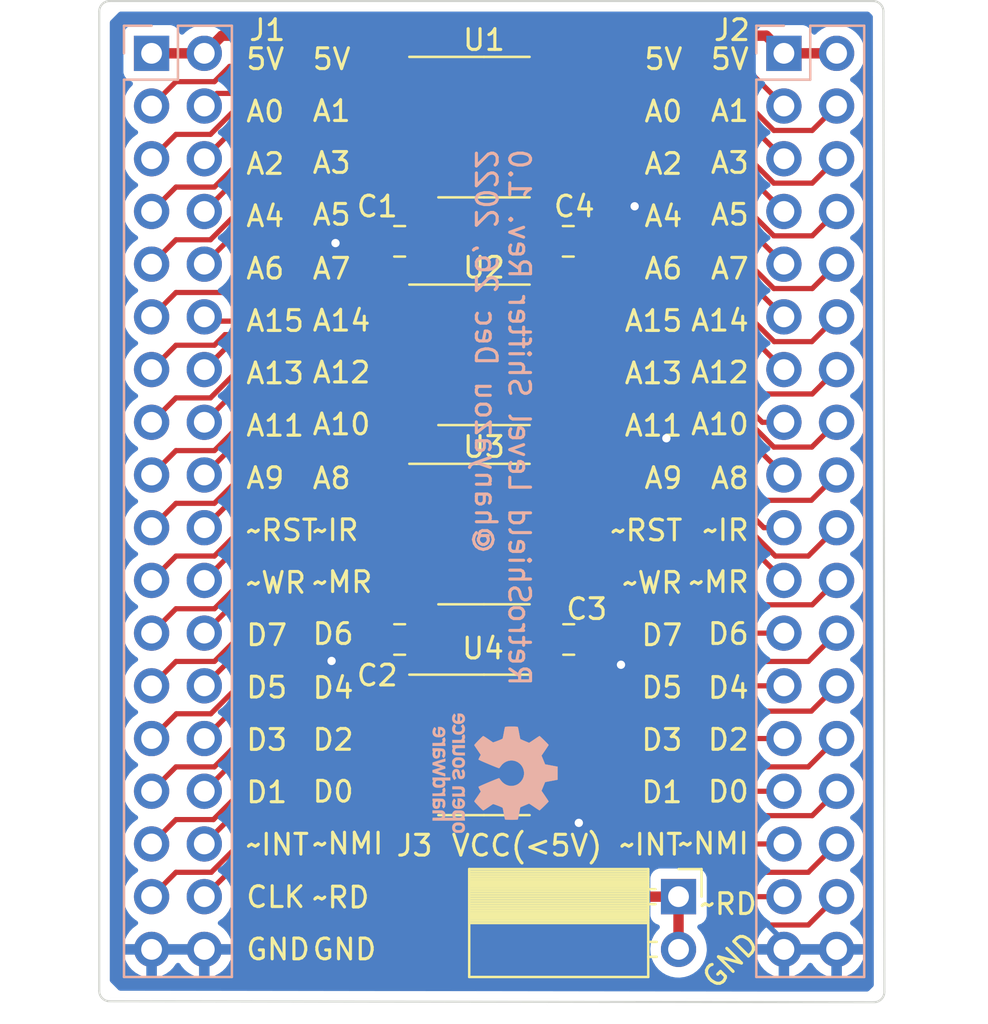
<source format=kicad_pcb>
(kicad_pcb (version 20211014) (generator pcbnew)
  (layers (0 "F.Cu" signal) (31 "B.Cu" signal) (34 "B.Paste" user) (35 "F.Paste" user) (36 "B.SilkS" user "B.Silkscreen") (37 "F.SilkS" user "F.Silkscreen") (38 "B.Mask" user) (39 "F.Mask" user) (44 "Edge.Cuts" user))
  (net 0 "")
  (net 1 "ENABLE")
  (net 2 "GND")
  (net 3 "+5V")
  (net 4 "A0_5V")
  (net 5 "A2_5V")
  (net 6 "A4_5V")
  (net 7 "A6_5V")
  (net 8 "A15_5V")
  (net 9 "A13_5V")
  (net 10 "A11_5V")
  (net 11 "A9_5V")
  (net 12 "~RESET_5V")
  (net 13 "~WR_5V")
  (net 14 "D7_5V")
  (net 15 "D5_5V")
  (net 16 "D3_5V")
  (net 17 "D1_5V")
  (net 18 "~INT_5V")
  (net 19 "CLK_5V")
  (net 20 "~RD_5V")
  (net 21 "~NMI_5V")
  (net 22 "D0_5V")
  (net 23 "D2_5V")
  (net 24 "D4_5V")
  (net 25 "D6_5V")
  (net 26 "~MREQ_5V")
  (net 27 "~IORQ_5V")
  (net 28 "A8_5V")
  (net 29 "A10_5V")
  (net 30 "A12_5V")
  (net 31 "A14_5V")
  (net 32 "A7_5V")
  (net 33 "A5_5V")
  (net 34 "A3_5V")
  (net 35 "A1_5V")
  (net 36 "A0")
  (net 37 "A2")
  (net 38 "A4")
  (net 39 "A6")
  (net 40 "A15")
  (net 41 "A13")
  (net 42 "A11")
  (net 43 "A9")
  (net 44 "~RESET")
  (net 45 "~WR")
  (net 46 "D7")
  (net 47 "D5")
  (net 48 "D3")
  (net 49 "D1")
  (net 50 "~INT")
  (net 51 "CLK")
  (net 52 "~RD")
  (net 53 "~NMI")
  (net 54 "D0")
  (net 55 "D2")
  (net 56 "D4")
  (net 57 "D6")
  (net 58 "~MREQ")
  (net 59 "~IORQ")
  (net 60 "A8")
  (net 61 "A10")
  (net 62 "A12")
  (net 63 "A14")
  (net 64 "A7")
  (net 65 "A5")
  (net 66 "A3")
  (net 67 "A1")
  (footprint "Connector_PinSocket_2.54mm:PinSocket_1x02_P2.54mm_Horizontal" (layer "F.Cu") (at 78.2 84.84)
    (fp_text reference "J3")
    (fp_text value "Conn_01x02")
  )
  (footprint "Capacitor_SMD:C_0805_2012Metric_Pad1.18x1.45mm_HandSolder" (layer "F.Cu") (at 64.758 53.259 180)
    (fp_text reference "C1")
    (fp_text value "C")
  )
  (footprint "Capacitor_SMD:C_0805_2012Metric_Pad1.18x1.45mm_HandSolder" (layer "F.Cu") (at 72.9075 72.446)
    (fp_text reference "C3")
    (fp_text value "C")
  )
  (footprint "Package_SO:TSSOP-20_4.4x6.5mm_P0.65mm" (layer "F.Cu") (at 68.822 58.73)
    (fp_text reference "U2")
    (fp_text value "TXS0108EPW")
  )
  (footprint "Capacitor_SMD:C_0805_2012Metric_Pad1.18x1.45mm_HandSolder" (layer "F.Cu") (at 64.758 72.446 180)
    (fp_text reference "C2")
    (fp_text value "C")
  )
  (footprint "Capacitor_SMD:C_0805_2012Metric_Pad1.18x1.45mm_HandSolder" (layer "F.Cu") (at 72.886 53.259)
    (fp_text reference "C4")
    (fp_text value "C")
  )
  (footprint "Package_SO:TSSOP-20_4.4x6.5mm_P0.65mm" (layer "F.Cu") (at 68.822 77.526)
    (fp_text reference "U4")
    (fp_text value "TXS0108EPW")
  )
  (footprint "Package_SO:TSSOP-20_4.4x6.5mm_P0.65mm" (layer "F.Cu") (at 68.822 47.756)
    (fp_text reference "U1")
    (fp_text value "TXS0108EPW")
  )
  (footprint "Package_SO:TSSOP-20_4.4x6.5mm_P0.65mm" (layer "F.Cu") (at 68.822 67.366)
    (fp_text reference "U3")
    (fp_text value "TXS0108EPW")
  )
  (footprint "Connector_PinSocket_2.54mm:PinSocket_2x18_P2.54mm_Vertical" (layer "B.Cu") (at 52.8 44.2 180)
    (fp_text reference "J1")
    (fp_text value "Conn_02x18_Odd_Even")
  )
  (footprint "Connector_PinSocket_2.54mm:PinSocket_2x18_P2.54mm_Vertical" (layer "B.Cu") (at 83.28 44.2 180)
    (fp_text reference "J2")
    (fp_text value "Conn_02x18_Odd_Even")
  )
  (footprint "Symbol:OSHW-Logo_5.7x6mm_SilkScreen" (layer "B.Cu") (at 69.3608 78.8964 90)
    (fp_text reference "REF**" hide)
    (fp_text value "OSHW-Logo_5.7x6mm_SilkScreen" hide)
  )
  (gr_line (start 50.776 41.68) (end 87.576 41.68) (layer "Edge.Cuts") (width 0.1))
  (gr_line (start 88.076 42.18) (end 88.122447 89.426447) (layer "Edge.Cuts") (width 0.1))
  (gr_arc (start 50.776 89.88) (mid 50.422494 89.733534) (end 50.276 89.38) (layer "Edge.Cuts") (width 0.1))
  (gr_line (start 87.622447 89.926447) (end 50.776 89.88) (layer "Edge.Cuts") (width 0.1))
  (gr_line (start 50.276 89.38) (end 50.276 42.18) (layer "Edge.Cuts") (width 0.1))
  (gr_arc (start 88.122447 89.426447) (mid 87.976 89.78) (end 87.622447 89.926447) (layer "Edge.Cuts") (width 0.1))
  (gr_arc (start 50.276 42.18) (mid 50.42246 41.82646) (end 50.776 41.68) (layer "Edge.Cuts") (width 0.1))
  (gr_arc (start 87.576 41.68) (mid 87.9296 41.826427) (end 88.076 42.18) (layer "Edge.Cuts") (width 0.1))
  (gr_text "RetroShield Level Shifter Rev. 1.0\n@hanyazou Dec 26, 2022" (at 69.7164 48.7212 -90) (layer "B.SilkS") (effects (font (size 1 1)) (justify right mirror)))
  (gr_text "GND" (at 81.8576 86.7704 45) (layer "F.SilkS") (effects (font (size 1 1)) (justify right)))
  (gr_text "A5" (at 60.476 51.98) (layer "F.SilkS") (effects (font (size 1 1)) (justify left)))
  (gr_text "D2" (at 60.476 77.28) (layer "F.SilkS") (effects (font (size 1 1)) (justify left)))
  (gr_text "A4" (at 78.476 52.050587) (layer "F.SilkS") (effects (font (size 1 1)) (justify right)))
  (gr_text "A3" (at 81.676 49.48) (layer "F.SilkS") (effects (font (size 1 1)) (justify right)))
  (gr_text "5V" (at 57.276 44.48) (layer "F.SilkS") (effects (font (size 1 1)) (justify left)))
  (gr_text "~WR" (at 57.276 69.71529) (layer "F.SilkS") (effects (font (size 1 1)) (justify left)))
  (gr_text "D6" (at 60.476 72.18) (layer "F.SilkS") (effects (font (size 1 1)) (justify left)))
  (gr_text "A4" (at 57.276 52.050587) (layer "F.SilkS") (effects (font (size 1 1)) (justify left)))
  (gr_text "A7" (at 81.676 54.58) (layer "F.SilkS") (effects (font (size 1 1)) (justify right)))
  (gr_text "A13" (at 57.276 59.621174) (layer "F.SilkS") (effects (font (size 1 1)) (justify left)))
  (gr_text "A10" (at 60.476 62.08) (layer "F.SilkS") (effects (font (size 1 1)) (justify left)))
  (gr_text "~RD" (at 60.476 84.88) (layer "F.SilkS") (effects (font (size 1 1)) (justify left)))
  (gr_text "A9" (at 57.276 64.668232) (layer "F.SilkS") (effects (font (size 1 1)) (justify left)))
  (gr_text "D0" (at 60.476 79.78) (layer "F.SilkS") (effects (font (size 1 1)) (justify left)))
  (gr_text "D1" (at 78.476 79.809406) (layer "F.SilkS") (effects (font (size 1 1)) (justify right)))
  (gr_text "A8" (at 81.676 64.68) (layer "F.SilkS") (effects (font (size 1 1)) (justify right)))
  (gr_text "~WR" (at 78.476 69.71529) (layer "F.SilkS") (effects (font (size 1 1)) (justify right)))
  (gr_text "~INT" (at 78.476 82.332935) (layer "F.SilkS") (effects (font (size 1 1)) (justify right)))
  (gr_text "VCC(<5V)" (at 67.176 82.38) (layer "F.SilkS") (effects (font (size 1 1)) (justify left)))
  (gr_text "~IR" (at 81.676 67.18) (layer "F.SilkS") (effects (font (size 1 1)) (justify right)))
  (gr_text "~RD" (at 82.0608 85.1956) (layer "F.SilkS") (effects (font (size 1 1)) (justify right)))
  (gr_text "A3" (at 60.476 49.48) (layer "F.SilkS") (effects (font (size 1 1)) (justify left)))
  (gr_text "~NMI" (at 60.476 82.28) (layer "F.SilkS") (effects (font (size 1 1)) (justify left)))
  (gr_text "D7" (at 78.476 72.238819) (layer "F.SilkS") (effects (font (size 1 1)) (justify right)))
  (gr_text "A2" (at 57.276 49.527058) (layer "F.SilkS") (effects (font (size 1 1)) (justify left)))
  (gr_text "D4" (at 60.476 74.78) (layer "F.SilkS") (effects (font (size 1 1)) (justify left)))
  (gr_text "5V" (at 60.476 44.48) (layer "F.SilkS") (effects (font (size 1 1)) (justify left)))
  (gr_text "5V" (at 81.676 44.48) (layer "F.SilkS") (effects (font (size 1 1)) (justify right)))
  (gr_text "5V" (at 78.476 44.48) (layer "F.SilkS") (effects (font (size 1 1)) (justify right)))
  (gr_text "~IR" (at 60.476 67.18) (layer "F.SilkS") (effects (font (size 1 1)) (justify left)))
  (gr_text "~NMI" (at 81.676 82.28) (layer "F.SilkS") (effects (font (size 1 1)) (justify right)))
  (gr_text "D6" (at 81.676 72.18) (layer "F.SilkS") (effects (font (size 1 1)) (justify right)))
  (gr_text "A0" (at 57.276 47.003529) (layer "F.SilkS") (effects (font (size 1 1)) (justify left)))
  (gr_text "A15" (at 78.476 57.097645) (layer "F.SilkS") (effects (font (size 1 1)) (justify right)))
  (gr_text "~RST" (at 78.476 67.191761) (layer "F.SilkS") (effects (font (size 1 1)) (justify right)))
  (gr_text "A1" (at 81.676 46.98) (layer "F.SilkS") (effects (font (size 1 1)) (justify right)))
  (gr_text "A11" (at 78.476 62.144703) (layer "F.SilkS") (effects (font (size 1 1)) (justify right)))
  (gr_text "D5" (at 57.276 74.762348) (layer "F.SilkS") (effects (font (size 1 1)) (justify left)))
  (gr_text "A2" (at 78.476 49.527058) (layer "F.SilkS") (effects (font (size 1 1)) (justify right)))
  (gr_text "A14" (at 60.476 57.08) (layer "F.SilkS") (effects (font (size 1 1)) (justify left)))
  (gr_text "GND" (at 60.476 87.38) (layer "F.SilkS") (effects (font (size 1 1)) (justify left)))
  (gr_text "A9" (at 78.476 64.668232) (layer "F.SilkS") (effects (font (size 1 1)) (justify right)))
  (gr_text "CLK" (at 57.276 84.856464) (layer "F.SilkS") (effects (font (size 1 1)) (justify left)))
  (gr_text "~RST" (at 57.276 67.191761) (layer "F.SilkS") (effects (font (size 1 1)) (justify left)))
  (gr_text "A8" (at 60.476 64.68) (layer "F.SilkS") (effects (font (size 1 1)) (justify left)))
  (gr_text "A7" (at 60.476 54.58) (layer "F.SilkS") (effects (font (size 1 1)) (justify left)))
  (gr_text "A5" (at 81.676 51.98) (layer "F.SilkS") (effects (font (size 1 1)) (justify right)))
  (gr_text "A12" (at 81.676 59.58) (layer "F.SilkS") (effects (font (size 1 1)) (justify right)))
  (gr_text "A6" (at 57.276 54.574116) (layer "F.SilkS") (effects (font (size 1 1)) (justify left)))
  (gr_text "D5" (at 78.476 74.762348) (layer "F.SilkS") (effects (font (size 1 1)) (justify right)))
  (gr_text "GND" (at 57.276 87.38) (layer "F.SilkS") (effects (font (size 1 1)) (justify left)))
  (gr_text "A15" (at 57.276 57.097645) (layer "F.SilkS") (effects (font (size 1 1)) (justify left)))
  (gr_text "A0" (at 78.476 47.003529) (layer "F.SilkS") (effects (font (size 1 1)) (justify right)))
  (gr_text "A12" (at 60.476 59.58) (layer "F.SilkS") (effects (font (size 1 1)) (justify left)))
  (gr_text "A13" (at 78.476 59.621174) (layer "F.SilkS") (effects (font (size 1 1)) (justify right)))
  (gr_text "~MR" (at 81.676 69.68) (layer "F.SilkS") (effects (font (size 1 1)) (justify right)))
  (gr_text "D3" (at 57.276 77.285877) (layer "F.SilkS") (effects (font (size 1 1)) (justify left)))
  (gr_text "~MR" (at 60.476 69.68) (layer "F.SilkS") (effects (font (size 1 1)) (justify left)))
  (gr_text "D3" (at 78.476 77.285877) (layer "F.SilkS") (effects (font (size 1 1)) (justify right)))
  (gr_text "~INT" (at 57.276 82.332935) (layer "F.SilkS") (effects (font (size 1 1)) (justify left)))
  (gr_text "D2" (at 81.676 77.28) (layer "F.SilkS") (effects (font (size 1 1)) (justify right)))
  (gr_text "A14" (at 81.676 57.08) (layer "F.SilkS") (effects (font (size 1 1)) (justify right)))
  (gr_text "D7" (at 57.276 72.238819) (layer "F.SilkS") (effects (font (size 1 1)) (justify left)))
  (gr_text "A11" (at 57.276 62.144703) (layer "F.SilkS") (effects (font (size 1 1)) (justify left)))
  (gr_text "D0" (at 81.676 79.78) (layer "F.SilkS") (effects (font (size 1 1)) (justify right)))
  (gr_text "D4" (at 81.676 74.78) (layer "F.SilkS") (effects (font (size 1 1)) (justify right)))
  (gr_text "A1" (at 60.476 46.98) (layer "F.SilkS") (effects (font (size 1 1)) (justify left)))
  (gr_text "A6" (at 78.476 54.574116) (layer "F.SilkS") (effects (font (size 1 1)) (justify right)))
  (gr_text "D1" (at 57.276 79.809406) (layer "F.SilkS") (effects (font (size 1 1)) (justify left)))
  (gr_text "A10" (at 81.676 62.08) (layer "F.SilkS") (effects (font (size 1 1)) (justify right)))
  (segment (start 68.04 66.306183) (end 66.824817 65.091) (width 0.5) (layer "F.Cu") (net 1))
  (segment (start 78.2 84.84) (end 70.8594 84.84) (width 0.5) (layer "F.Cu") (net 1))
  (segment (start 63.9252 62.4372) (end 64.5856 63.0976) (width 0.25) (layer "F.Cu") (net 1))
  (segment (start 62.4226 50.681) (end 62.0964 51.0072) (width 0.25) (layer "F.Cu") (net 1))
  (segment (start 68.04 62.870183) (end 68.04 57.670183) (width 0.5) (layer "F.Cu") (net 1))
  (segment (start 64.4332 70.9716) (end 64.7888 71.3272) (width 0.25) (layer "F.Cu") (net 1))
  (segment (start 62.0964 51.6676) (end 62.3504 51.9216) (width 0.25) (layer "F.Cu") (net 1))
  (segment (start 68.04 74.6905) (end 68.04 72.8512) (width 0.5) (layer "F.Cu") (net 1))
  (segment (start 68.04 72.2924) (end 68.04 72.8512) (width 0.25) (layer "F.Cu") (net 1))
  (segment (start 67.0748 71.3272) (end 68.04 72.2924) (width 0.25) (layer "F.Cu") (net 1))
  (segment (start 65.9595 61.655) (end 64.3518 61.655) (width 0.25) (layer "F.Cu") (net 1))
  (segment (start 67.8622 81.8428) (end 68.04 82.0206) (width 0.25) (layer "F.Cu") (net 1))
  (segment (start 63.9252 62.0816) (end 63.9252 62.4372) (width 0.25) (layer "F.Cu") (net 1))
  (segment (start 64.4332 70.5652) (end 64.4332 70.9716) (width 0.25) (layer "F.Cu") (net 1))
  (segment (start 66.824817 56.455) (end 65.9595 56.455) (width 0.5) (layer "F.Cu") (net 1))
  (segment (start 68.04 72.8512) (end 68.04 71.506183) (width 0.5) (layer "F.Cu") (net 1))
  (segment (start 68.04 82.0206) (end 68.04 81.2586) (width 0.5) (layer "F.Cu") (net 1))
  (segment (start 68.04 46.696183) (end 66.824817 45.481) (width 0.5) (layer "F.Cu") (net 1))
  (segment (start 78.2 87.38) (end 78.2 84.84) (width 0.5) (layer "F.Cu") (net 1))
  (segment (start 65.9595 80.451) (end 64.0978 80.451) (width 0.25) (layer "F.Cu") (net 1))
  (segment (start 68.04 66.306183) (end 68.04 63.8596) (width 0.5) (layer "F.Cu") (net 1))
  (segment (start 62.0964 51.0072) (end 62.0964 51.6676) (width 0.25) (layer "F.Cu") (net 1))
  (segment (start 65.9595 70.291) (end 64.7074 70.291) (width 0.25) (layer "F.Cu") (net 1))
  (segment (start 66.824817 65.091) (end 65.9595 65.091) (width 0.5) (layer "F.Cu") (net 1))
  (segment (start 65.9595 50.681) (end 62.4226 50.681) (width 0.25) (layer "F.Cu") (net 1))
  (segment (start 64.7888 71.3272) (end 67.0748 71.3272) (width 0.25) (layer "F.Cu") (net 1))
  (segment (start 68.04 81.2586) (end 68.04 76.466183) (width 0.5) (layer "F.Cu") (net 1))
  (segment (start 70.8594 84.84) (end 68.04 82.0206) (width 0.5) (layer "F.Cu") (net 1))
  (segment (start 66.824817 75.251) (end 65.9595 75.251) (width 0.5) (layer "F.Cu") (net 1))
  (segment (start 66.824817 45.481) (end 65.9595 45.481) (width 0.5) (layer "F.Cu") (net 1))
  (segment (start 68.04 55.5035) (end 68.04 52.7615) (width 0.5) (layer "F.Cu") (net 1))
  (segment (start 68.04 76.466183) (end 68.04 74.6905) (width 0.5) (layer "F.Cu") (net 1))
  (segment (start 68.04 52.7615) (end 68.04 46.696183) (width 0.5) (layer "F.Cu") (net 1))
  (segment (start 68.04 63.8596) (end 68.04 62.870183) (width 0.5) (layer "F.Cu") (net 1))
  (segment (start 63.722 81.284) (end 64.2808 81.8428) (width 0.25) (layer "F.Cu") (net 1))
  (segment (start 68.04 74.6905) (end 65.7955 72.446) (width 0.5) (layer "F.Cu") (net 1))
  (segment (start 64.5856 63.0976) (end 67.278 63.0976) (width 0.25) (layer "F.Cu") (net 1))
  (segment (start 64.3518 61.655) (end 63.9252 62.0816) (width 0.25) (layer "F.Cu") (net 1))
  (segment (start 68.04 76.466183) (end 66.824817 75.251) (width 0.5) (layer "F.Cu") (net 1))
  (segment (start 64.4581 51.9216) (end 65.7955 53.259) (width 0.25) (layer "F.Cu") (net 1))
  (segment (start 62.3504 51.9216) (end 64.4581 51.9216) (width 0.25) (layer "F.Cu") (net 1))
  (segment (start 68.04 71.506183) (end 68.04 66.306183) (width 0.5) (layer "F.Cu") (net 1))
  (segment (start 68.04 57.670183) (end 68.04 55.5035) (width 0.5) (layer "F.Cu") (net 1))
  (segment (start 68.04 55.5035) (end 65.7955 53.259) (width 0.5) (layer "F.Cu") (net 1))
  (segment (start 68.04 57.670183) (end 66.824817 56.455) (width 0.5) (layer "F.Cu") (net 1))
  (segment (start 64.2808 81.8428) (end 67.8622 81.8428) (width 0.25) (layer "F.Cu") (net 1))
  (segment (start 64.7074 70.291) (end 64.4332 70.5652) (width 0.25) (layer "F.Cu") (net 1))
  (segment (start 67.278 63.0976) (end 68.04 63.8596) (width 0.25) (layer "F.Cu") (net 1))
  (segment (start 63.722 80.8268) (end 63.722 81.284) (width 0.25) (layer "F.Cu") (net 1))
  (segment (start 64.0978 80.451) (end 63.722 80.8268) (width 0.25) (layer "F.Cu") (net 1))
  (segment (start 73.557 70.291) (end 73.945 70.679) (width 0.25) (layer "F.Cu") (net 2))
  (segment (start 63.7205 72.446) (end 62.51 72.446) (width 0.25) (layer "F.Cu") (net 2))
  (segment (start 61.6646 53.344) (end 61.7496 53.259) (width 0.25) (layer "F.Cu") (net 2))
  (segment (start 71.6845 61.655) (end 76.519 61.655) (width 0.25) (layer "F.Cu") (net 2))
  (segment (start 71.6845 80.451) (end 73.0998 80.451) (width 0.25) (layer "F.Cu") (net 2))
  (segment (start 73.0478 50.681) (end 73.9235 51.5567) (width 0.25) (layer "F.Cu") (net 2))
  (segment (start 62.51 72.446) (end 61.476 73.48) (width 0.25) (layer "F.Cu") (net 2))
  (segment (start 71.6845 50.681) (end 73.0478 50.681) (width 0.25) (layer "F.Cu") (net 2))
  (segment (start 73.945 70.679) (end 73.945 72.446) (width 0.25) (layer "F.Cu") (net 2))
  (segment (start 73.0998 80.451) (end 73.394 80.7452) (width 0.25) (layer "F.Cu") (net 2))
  (segment (start 74.208 72.446) (end 75.426 73.664) (width 0.25) (layer "F.Cu") (net 2))
  (segment (start 73.9235 53.259) (end 74.397 53.259) (width 0.25) (layer "F.Cu") (net 2))
  (segment (start 73.9235 51.5567) (end 73.9235 53.259) (width 0.25) (layer "F.Cu") (net 2))
  (segment (start 73.394 80.7452) (end 73.394 81.284) (width 0.25) (layer "F.Cu") (net 2))
  (segment (start 71.6845 70.291) (end 73.557 70.291) (width 0.25) (layer "F.Cu") (net 2))
  (segment (start 73.945 72.446) (end 74.208 72.446) (width 0.25) (layer "F.Cu") (net 2))
  (segment (start 61.7496 53.259) (end 63.7205 53.259) (width 0.25) (layer "F.Cu") (net 2))
  (segment (start 76.519 61.655) (end 77.614 62.75) (width 0.25) (layer "F.Cu") (net 2))
  (segment (start 74.397 53.259) (end 76.085 51.571) (width 0.25) (layer "F.Cu") (net 2))
  (via (at 61.6646 53.344) (size 0.8) (drill 0.4) (layers "F.Cu" "B.Cu") (net 2))
  (via (at 77.614 62.75) (size 0.8) (drill 0.4) (layers "F.Cu" "B.Cu") (net 2))
  (via (at 73.394 81.284) (size 0.8) (drill 0.4) (layers "F.Cu" "B.Cu") (net 2))
  (via (at 61.476 73.48) (size 0.8) (drill 0.4) (layers "F.Cu" "B.Cu") (net 2))
  (via (at 75.426 73.664) (size 0.8) (drill 0.4) (layers "F.Cu" "B.Cu") (net 2))
  (via (at 76.085 51.571) (size 0.8) (drill 0.4) (layers "F.Cu" "B.Cu") (net 2))
  (segment (start 58.676 87.38) (end 55.34 87.38) (width 0.25) (layer "B.Cu") (net 2))
  (segment (start 73.514 85.85) (end 73.514 85.742) (width 0.25) (layer "B.Cu") (net 2))
  (segment (start 73.514 85.85) (end 73.514 81.404) (width 0.25) (layer "B.Cu") (net 2))
  (segment (start 73.394 54.262) (end 73.394 62.996) (width 0.25) (layer "B.Cu") (net 2))
  (segment (start 61.6646 53.344) (end 63.6966 51.312) (width 0.25) (layer "B.Cu") (net 2))
  (segment (start 73.394 62.996) (end 73.394 63.8542) (width 0.25) (layer "B.Cu") (net 2))
  (segment (start 73.394 75.188) (end 73.394 76.615701) (width 0.25) (layer "B.Cu") (net 2))
  (segment (start 74.918 79.76) (end 74.918 78.1397) (width 0.25) (layer "B.Cu") (net 2))
  (segment (start 52.8 87.38) (end 55.34 87.38) (width 0.25) (layer "B.Cu") (net 2))
  (segment (start 74.918 78.1397) (end 73.44215 76.66385) (width 0.25) (layer "B.Cu") (net 2))
  (segment (start 63.6966 51.312) (end 75.826 51.312) (width 0.25) (layer "B.Cu") (net 2))
  (segment (start 76.085 51.571) (end 73.394 54.262) (width 0.25) (layer "B.Cu") (net 2))
  (segment (start 61.8 73.156) (end 69.9343 73.156) (width 0.25) (layer "B.Cu") (net 2))
  (segment (start 64.076 83.988) (end 62.068 83.988) (width 0.25) (layer "B.Cu") (net 2))
  (segment (start 69.9343 73.156) (end 73.44215 76.66385) (width 0.25) (layer "B.Cu") (net 2))
  (segment (start 62.068 83.988) (end 58.676 87.38) (width 0.25) (layer "B.Cu") (net 2))
  (segment (start 83.28 86.984) (end 83.28 87.38) (width 0.25) (layer "B.Cu") (net 2))
  (segment (start 76.376 82.88) (end 79.176 82.88) (width 0.25) (layer "B.Cu") (net 2))
  (segment (start 73.394 71.632) (end 73.394 75.188) (width 0.25) (layer "B.Cu") (net 2))
  (segment (start 74.4982 62.75) (end 73.394 63.8542) (width 0.25) (layer "B.Cu") (net 2))
  (segment (start 73.394 81.284) (end 66.78 81.284) (width 0.25) (layer "B.Cu") (net 2))
  (segment (start 83.28 87.38) (end 85.82 87.38) (width 0.25) (layer "B.Cu") (net 2))
  (segment (start 74.918 73.664) (end 73.394 75.188) (width 0.25) (layer "B.Cu") (net 2))
  (segment (start 79.176 82.88) (end 83.28 86.984) (width 0.25) (layer "B.Cu") (net 2))
  (segment (start 73.514 85.742) (end 76.376 82.88) (width 0.25) (layer "B.Cu") (net 2))
  (segment (start 73.514 81.404) (end 73.394 81.284) (width 0.25) (layer "B.Cu") (net 2))
  (segment (start 73.394 81.284) (end 74.918 79.76) (width 0.25) (layer "B.Cu") (net 2))
  (segment (start 61.476 73.48) (end 61.8 73.156) (width 0.25) (layer "B.Cu") (net 2))
  (segment (start 75.426 73.664) (end 74.918 73.664) (width 0.25) (layer "B.Cu") (net 2))
  (segment (start 73.394 76.615701) (end 73.44215 76.66385) (width 0.25) (layer "B.Cu") (net 2))
  (segment (start 66.78 81.284) (end 64.076 83.988) (width 0.25) (layer "B.Cu") (net 2))
  (segment (start 73.394 63.8542) (end 73.394 71.632) (width 0.25) (layer "B.Cu") (net 2))
  (segment (start 77.614 62.75) (end 74.4982 62.75) (width 0.25) (layer "B.Cu") (net 2))
  (segment (start 61.476 73.48) (end 61.776 73.18) (width 0.25) (layer "B.Cu") (net 2))
  (segment (start 75.826 51.312) (end 76.085 51.571) (width 0.25) (layer "B.Cu") (net 2))
  (segment (start 70.819183 65.091) (end 71.6845 65.091) (width 0.5) (layer "F.Cu") (net 3))
  (segment (start 69.8044 51.2149) (end 69.8044 55.1864) (width 0.5) (layer "F.Cu") (net 3))
  (segment (start 69.8044 74.236217) (end 70.819183 75.251) (width 0.5) (layer "F.Cu") (net 3))
  (segment (start 69.8044 44.466217) (end 69.8044 43.35) (width 0.5) (layer "F.Cu") (net 3))
  (segment (start 69.8044 70.3804) (end 69.8044 74.236217) (width 0.5) (layer "F.Cu") (net 3))
  (segment (start 69.8044 64.076217) (end 69.8044 70.3804) (width 0.5) (layer "F.Cu") (net 3))
  (segment (start 56.19 43.35) (end 55.34 44.2) (width 0.5) (layer "F.Cu") (net 3))
  (segment (start 83.28 44.2) (end 82.43 43.35) (width 0.5) (layer "F.Cu") (net 3))
  (segment (start 69.8044 55.1864) (end 69.8044 64.076217) (width 0.5) (layer "F.Cu") (net 3))
  (segment (start 69.8044 44.466217) (end 69.8044 51.2149) (width 0.5) (layer "F.Cu") (net 3))
  (segment (start 70.819183 75.251) (end 71.6845 75.251) (width 0.5) (layer "F.Cu") (net 3))
  (segment (start 52.8 44.2) (end 55.34 44.2) (width 0.5) (layer "F.Cu") (net 3))
  (segment (start 69.8044 64.076217) (end 70.819183 65.091) (width 0.5) (layer "F.Cu") (net 3))
  (segment (start 69.8044 43.35) (end 56.19 43.35) (width 0.5) (layer "F.Cu") (net 3))
  (segment (start 70.819183 45.481) (end 69.8044 44.466217) (width 0.5) (layer "F.Cu") (net 3))
  (segment (start 69.8044 55.1864) (end 69.8044 55.440217) (width 0.5) (layer "F.Cu") (net 3))
  (segment (start 69.8044 70.3804) (end 71.87 72.446) (width 0.5) (layer "F.Cu") (net 3))
  (segment (start 82.43 43.35) (end 69.8044 43.35) (width 0.5) (layer "F.Cu") (net 3))
  (segment (start 70.819183 56.455) (end 71.6845 56.455) (width 0.5) (layer "F.Cu") (net 3))
  (segment (start 85.82 44.2) (end 83.28 44.2) (width 0.5) (layer "F.Cu") (net 3))
  (segment (start 69.8044 55.440217) (end 70.819183 56.455) (width 0.5) (layer "F.Cu") (net 3))
  (segment (start 71.6845 45.481) (end 70.819183 45.481) (width 0.5) (layer "F.Cu") (net 3))
  (segment (start 69.8044 51.2149) (end 71.8485 53.259) (width 0.5) (layer "F.Cu") (net 3))
  (segment (start 81.371 44.831) (end 83.28 46.74) (width 0.25) (layer "F.Cu") (net 4))
  (segment (start 71.6845 44.831) (end 81.371 44.831) (width 0.25) (layer "F.Cu") (net 4))
  (segment (start 71.6845 46.781) (end 80.781 46.781) (width 0.25) (layer "F.Cu") (net 5))
  (segment (start 80.781 46.781) (end 83.28 49.28) (width 0.25) (layer "F.Cu") (net 5))
  (segment (start 71.6845 48.081) (end 79.541 48.081) (width 0.25) (layer "F.Cu") (net 6))
  (segment (start 79.541 48.081) (end 83.28 51.82) (width 0.25) (layer "F.Cu") (net 6))
  (segment (start 78.301 49.381) (end 83.28 54.36) (width 0.25) (layer "F.Cu") (net 7))
  (segment (start 71.6845 49.381) (end 78.301 49.381) (width 0.25) (layer "F.Cu") (net 7))
  (segment (start 71.6845 55.805) (end 82.185 55.805) (width 0.25) (layer "F.Cu") (net 8))
  (segment (start 82.185 55.805) (end 83.28 56.9) (width 0.25) (layer "F.Cu") (net 8))
  (segment (start 81.595 57.755) (end 83.28 59.44) (width 0.25) (layer "F.Cu") (net 9))
  (segment (start 71.6845 57.755) (end 81.595 57.755) (width 0.25) (layer "F.Cu") (net 9))
  (segment (start 82.237204 61.98) (end 83.28 61.98) (width 0.25) (layer "F.Cu") (net 10))
  (segment (start 79.312204 59.055) (end 82.237204 61.98) (width 0.25) (layer "F.Cu") (net 10))
  (segment (start 71.6845 59.055) (end 79.312204 59.055) (width 0.25) (layer "F.Cu") (net 10))
  (segment (start 79.115 60.355) (end 83.28 64.52) (width 0.25) (layer "F.Cu") (net 11))
  (segment (start 71.6845 60.355) (end 79.115 60.355) (width 0.25) (layer "F.Cu") (net 11))
  (segment (start 82.312909 67.06) (end 83.28 67.06) (width 0.25) (layer "F.Cu") (net 12))
  (segment (start 79.693909 64.441) (end 82.312909 67.06) (width 0.25) (layer "F.Cu") (net 12))
  (segment (start 71.6845 64.441) (end 79.693909 64.441) (width 0.25) (layer "F.Cu") (net 12))
  (segment (start 80.071 66.391) (end 83.28 69.6) (width 0.25) (layer "F.Cu") (net 13))
  (segment (start 71.6845 66.391) (end 80.071 66.391) (width 0.25) (layer "F.Cu") (net 13))
  (segment (start 81.8068 72.14) (end 83.28 72.14) (width 0.25) (layer "F.Cu") (net 14))
  (segment (start 77.3578 67.691) (end 81.8068 72.14) (width 0.25) (layer "F.Cu") (net 14))
  (segment (start 71.6845 67.691) (end 77.3578 67.691) (width 0.25) (layer "F.Cu") (net 14))
  (segment (start 71.6845 68.991) (end 74.912305 68.991) (width 0.25) (layer "F.Cu") (net 15))
  (segment (start 80.601305 74.68) (end 83.28 74.68) (width 0.25) (layer "F.Cu") (net 15))
  (segment (start 74.912305 68.991) (end 80.601305 74.68) (width 0.25) (layer "F.Cu") (net 15))
  (segment (start 77.6638 74.601) (end 71.6845 74.601) (width 0.25) (layer "F.Cu") (net 16))
  (segment (start 80.2828 77.22) (end 77.6638 74.601) (width 0.25) (layer "F.Cu") (net 16))
  (segment (start 83.28 77.22) (end 80.2828 77.22) (width 0.25) (layer "F.Cu") (net 16))
  (segment (start 80.8924 79.76) (end 83.28 79.76) (width 0.25) (layer "F.Cu") (net 17))
  (segment (start 77.6834 76.551) (end 80.8924 79.76) (width 0.25) (layer "F.Cu") (net 17))
  (segment (start 71.6845 76.551) (end 77.6834 76.551) (width 0.25) (layer "F.Cu") (net 17))
  (segment (start 80.359 82.3) (end 75.91 77.851) (width 0.25) (layer "F.Cu") (net 18))
  (segment (start 83.28 82.3) (end 80.359 82.3) (width 0.25) (layer "F.Cu") (net 18))
  (segment (start 71.6845 77.851) (end 75.91 77.851) (width 0.25) (layer "F.Cu") (net 18))
  (segment (start 75.937208 79.151) (end 81.626208 84.84) (width 0.25) (layer "F.Cu") (net 19))
  (segment (start 81.626208 84.84) (end 83.28 84.84) (width 0.25) (layer "F.Cu") (net 19))
  (segment (start 71.6845 79.151) (end 75.937208 79.151) (width 0.25) (layer "F.Cu") (net 19))
  (segment (start 71.6845 79.801) (end 75.950812 79.801) (width 0.25) (layer "F.Cu") (net 20))
  (segment (start 84.455 86.205) (end 85.82 84.84) (width 0.25) (layer "F.Cu") (net 20))
  (segment (start 82.354812 86.205) (end 84.455 86.205) (width 0.25) (layer "F.Cu") (net 20))
  (segment (start 75.950812 79.801) (end 82.354812 86.205) (width 0.25) (layer "F.Cu") (net 20))
  (segment (start 84.455 83.665) (end 85.82 82.3) (width 0.25) (layer "F.Cu") (net 21))
  (segment (start 71.6845 78.501) (end 75.923604 78.501) (width 0.25) (layer "F.Cu") (net 21))
  (segment (start 75.923604 78.501) (end 81.087604 83.665) (width 0.25) (layer "F.Cu") (net 21))
  (segment (start 81.087604 83.665) (end 84.455 83.665) (width 0.25) (layer "F.Cu") (net 21))
  (segment (start 71.6845 77.201) (end 77.697004 77.201) (width 0.25) (layer "F.Cu") (net 22))
  (segment (start 77.697004 77.201) (end 81.431004 80.935) (width 0.25) (layer "F.Cu") (net 22))
  (segment (start 81.431004 80.935) (end 84.645 80.935) (width 0.25) (layer "F.Cu") (net 22))
  (segment (start 84.645 80.935) (end 85.82 79.76) (width 0.25) (layer "F.Cu") (net 22))
  (segment (start 71.6845 75.901) (end 77.7192 75.901) (width 0.25) (layer "F.Cu") (net 23))
  (segment (start 84.455 78.585) (end 85.82 77.22) (width 0.25) (layer "F.Cu") (net 23))
  (segment (start 77.7192 75.901) (end 80.4032 78.585) (width 0.25) (layer "F.Cu") (net 23))
  (segment (start 80.4032 78.585) (end 84.455 78.585) (width 0.25) (layer "F.Cu") (net 23))
  (segment (start 75.751 71.880305) (end 79.769895 75.8992) (width 0.25) (layer "F.Cu") (net 24))
  (segment (start 79.769895 75.8992) (end 84.6008 75.8992) (width 0.25) (layer "F.Cu") (net 24))
  (segment (start 75.751 71.279695) (end 75.751 71.880305) (width 0.25) (layer "F.Cu") (net 24))
  (segment (start 74.112305 69.641) (end 75.751 71.279695) (width 0.25) (layer "F.Cu") (net 24))
  (segment (start 84.6008 75.8992) (end 85.82 74.68) (width 0.25) (layer "F.Cu") (net 24))
  (segment (start 71.6845 69.641) (end 74.112305 69.641) (width 0.25) (layer "F.Cu") (net 24))
  (segment (start 82.3844 73.505) (end 84.455 73.505) (width 0.25) (layer "F.Cu") (net 25))
  (segment (start 77.2204 68.341) (end 82.3844 73.505) (width 0.25) (layer "F.Cu") (net 25))
  (segment (start 84.455 73.505) (end 85.82 72.14) (width 0.25) (layer "F.Cu") (net 25))
  (segment (start 71.6845 68.341) (end 77.2204 68.341) (width 0.25) (layer "F.Cu") (net 25))
  (segment (start 71.6845 67.041) (end 78.3842 67.041) (width 0.25) (layer "F.Cu") (net 26))
  (segment (start 78.3842 67.041) (end 82.1182 70.775) (width 0.25) (layer "F.Cu") (net 26))
  (segment (start 82.1182 70.775) (end 84.645 70.775) (width 0.25) (layer "F.Cu") (net 26))
  (segment (start 84.645 70.775) (end 85.82 69.6) (width 0.25) (layer "F.Cu") (net 26))
  (segment (start 80.183 65.741) (end 82.867 68.425) (width 0.25) (layer "F.Cu") (net 27))
  (segment (start 82.867 68.425) (end 84.455 68.425) (width 0.25) (layer "F.Cu") (net 27))
  (segment (start 84.455 68.425) (end 85.82 67.06) (width 0.25) (layer "F.Cu") (net 27))
  (segment (start 71.6845 65.741) (end 80.183 65.741) (width 0.25) (layer "F.Cu") (net 27))
  (segment (start 71.6845 61.005) (end 76.894305 61.005) (width 0.25) (layer "F.Cu") (net 28))
  (segment (start 76.894305 61.005) (end 81.628505 65.7392) (width 0.25) (layer "F.Cu") (net 28))
  (segment (start 81.628505 65.7392) (end 84.6008 65.7392) (width 0.25) (layer "F.Cu") (net 28))
  (segment (start 84.6008 65.7392) (end 85.82 64.52) (width 0.25) (layer "F.Cu") (net 28))
  (segment (start 79.325808 59.705) (end 82.794608 63.1738) (width 0.25) (layer "F.Cu") (net 29))
  (segment (start 71.6845 59.705) (end 79.325808 59.705) (width 0.25) (layer "F.Cu") (net 29))
  (segment (start 82.794608 63.1738) (end 84.6262 63.1738) (width 0.25) (layer "F.Cu") (net 29))
  (segment (start 84.6262 63.1738) (end 85.82 61.98) (width 0.25) (layer "F.Cu") (net 29))
  (segment (start 79.2986 58.405) (end 71.6845 58.405) (width 0.25) (layer "F.Cu") (net 30))
  (segment (start 85.82 59.44) (end 84.645 60.615) (width 0.25) (layer "F.Cu") (net 30))
  (segment (start 84.645 60.615) (end 81.5086 60.615) (width 0.25) (layer "F.Cu") (net 30))
  (segment (start 81.5086 60.615) (end 79.2986 58.405) (width 0.25) (layer "F.Cu") (net 30))
  (segment (start 82.812099 58.0938) (end 84.6262 58.0938) (width 0.25) (layer "F.Cu") (net 31))
  (segment (start 84.6262 58.0938) (end 85.82 56.9) (width 0.25) (layer "F.Cu") (net 31))
  (segment (start 81.823299 57.105) (end 82.812099 58.0938) (width 0.25) (layer "F.Cu") (net 31))
  (segment (start 71.6845 57.105) (end 81.823299 57.105) (width 0.25) (layer "F.Cu") (net 31))
  (segment (start 77.289299 50.031) (end 82.793299 55.535) (width 0.25) (layer "F.Cu") (net 32))
  (segment (start 82.793299 55.535) (end 84.645 55.535) (width 0.25) (layer "F.Cu") (net 32))
  (segment (start 84.645 55.535) (end 85.82 54.36) (width 0.25) (layer "F.Cu") (net 32))
  (segment (start 71.6845 50.031) (end 77.289299 50.031) (width 0.25) (layer "F.Cu") (net 32))
  (segment (start 71.6845 48.731) (end 78.529299 48.731) (width 0.25) (layer "F.Cu") (net 33))
  (segment (start 84.645 52.995) (end 85.82 51.82) (width 0.25) (layer "F.Cu") (net 33))
  (segment (start 82.793299 52.995) (end 84.645 52.995) (width 0.25) (layer "F.Cu") (net 33))
  (segment (start 78.529299 48.731) (end 82.793299 52.995) (width 0.25) (layer "F.Cu") (net 33))
  (segment (start 79.769299 47.431) (end 82.793299 50.455) (width 0.25) (layer "F.Cu") (net 34))
  (segment (start 82.793299 50.455) (end 84.645 50.455) (width 0.25) (layer "F.Cu") (net 34))
  (segment (start 71.6845 47.431) (end 79.769299 47.431) (width 0.25) (layer "F.Cu") (net 34))
  (segment (start 84.645 50.455) (end 85.82 49.28) (width 0.25) (layer "F.Cu") (net 34))
  (segment (start 81.009299 46.131) (end 82.793299 47.915) (width 0.25) (layer "F.Cu") (net 35))
  (segment (start 71.6845 46.131) (end 81.009299 46.131) (width 0.25) (layer "F.Cu") (net 35))
  (segment (start 84.645 47.915) (end 85.82 46.74) (width 0.25) (layer "F.Cu") (net 35))
  (segment (start 82.793299 47.915) (end 84.645 47.915) (width 0.25) (layer "F.Cu") (net 35))
  (segment (start 56.560701 44.831) (end 55.826701 45.565) (width 0.25) (layer "F.Cu") (net 36))
  (segment (start 53.975 45.565) (end 52.8 46.74) (width 0.25) (layer "F.Cu") (net 36))
  (segment (start 65.9595 44.831) (end 56.560701 44.831) (width 0.25) (layer "F.Cu") (net 36))
  (segment (start 55.826701 45.565) (end 53.975 45.565) (width 0.25) (layer "F.Cu") (net 36))
  (segment (start 53.975 48.105) (end 52.8 49.28) (width 0.25) (layer "F.Cu") (net 37))
  (segment (start 65.9595 46.781) (end 56.960701 46.781) (width 0.25) (layer "F.Cu") (net 37))
  (segment (start 55.636701 48.105) (end 53.975 48.105) (width 0.25) (layer "F.Cu") (net 37))
  (segment (start 56.960701 46.781) (end 55.636701 48.105) (width 0.25) (layer "F.Cu") (net 37))
  (segment (start 53.975 50.645) (end 52.8 51.82) (width 0.25) (layer "F.Cu") (net 38))
  (segment (start 65.9595 48.081) (end 58.390701 48.081) (width 0.25) (layer "F.Cu") (net 38))
  (segment (start 55.826701 50.645) (end 53.975 50.645) (width 0.25) (layer "F.Cu") (net 38))
  (segment (start 58.390701 48.081) (end 55.826701 50.645) (width 0.25) (layer "F.Cu") (net 38))
  (segment (start 53.975 53.185) (end 52.8 54.36) (width 0.25) (layer "F.Cu") (net 39))
  (segment (start 55.636701 53.185) (end 53.975 53.185) (width 0.25) (layer "F.Cu") (net 39))
  (segment (start 59.440701 49.381) (end 55.636701 53.185) (width 0.25) (layer "F.Cu") (net 39))
  (segment (start 65.9595 49.381) (end 59.440701 49.381) (width 0.25) (layer "F.Cu") (net 39))
  (segment (start 53.975 55.725) (end 52.8 56.9) (width 0.25) (layer "F.Cu") (net 40))
  (segment (start 65.8795 55.725) (end 53.975 55.725) (width 0.25) (layer "F.Cu") (net 40))
  (segment (start 65.9595 55.805) (end 65.8795 55.725) (width 0.25) (layer "F.Cu") (net 40))
  (segment (start 56.336701 57.755) (end 55.826701 58.265) (width 0.25) (layer "F.Cu") (net 41))
  (segment (start 55.826701 58.265) (end 53.975 58.265) (width 0.25) (layer "F.Cu") (net 41))
  (segment (start 65.9595 57.755) (end 56.336701 57.755) (width 0.25) (layer "F.Cu") (net 41))
  (segment (start 53.975 58.265) (end 52.8 59.44) (width 0.25) (layer "F.Cu") (net 41))
  (segment (start 55.636701 60.805) (end 53.975 60.805) (width 0.25) (layer "F.Cu") (net 42))
  (segment (start 53.975 60.805) (end 52.8 61.98) (width 0.25) (layer "F.Cu") (net 42))
  (segment (start 65.9595 59.055) (end 57.386701 59.055) (width 0.25) (layer "F.Cu") (net 42))
  (segment (start 57.386701 59.055) (end 55.636701 60.805) (width 0.25) (layer "F.Cu") (net 42))
  (segment (start 58.816701 60.355) (end 55.826701 63.345) (width 0.25) (layer "F.Cu") (net 43))
  (segment (start 53.975 63.345) (end 52.8 64.52) (width 0.25) (layer "F.Cu") (net 43))
  (segment (start 55.826701 63.345) (end 53.975 63.345) (width 0.25) (layer "F.Cu") (net 43))
  (segment (start 65.9595 60.355) (end 58.816701 60.355) (width 0.25) (layer "F.Cu") (net 43))
  (segment (start 57.270701 64.441) (end 55.826701 65.885) (width 0.25) (layer "F.Cu") (net 44))
  (segment (start 65.9595 64.441) (end 57.270701 64.441) (width 0.25) (layer "F.Cu") (net 44))
  (segment (start 55.826701 65.885) (end 53.975 65.885) (width 0.25) (layer "F.Cu") (net 44))
  (segment (start 53.975 65.885) (end 52.8 67.06) (width 0.25) (layer "F.Cu") (net 44))
  (segment (start 53.975 68.425) (end 52.8 69.6) (width 0.25) (layer "F.Cu") (net 45))
  (segment (start 55.826701 68.425) (end 53.975 68.425) (width 0.25) (layer "F.Cu") (net 45))
  (segment (start 57.860701 66.391) (end 55.826701 68.425) (width 0.25) (layer "F.Cu") (net 45))
  (segment (start 65.9595 66.391) (end 57.860701 66.391) (width 0.25) (layer "F.Cu") (net 45))
  (segment (start 59.100701 67.691) (end 55.826701 70.965) (width 0.25) (layer "F.Cu") (net 46))
  (segment (start 55.826701 70.965) (end 53.975 70.965) (width 0.25) (layer "F.Cu") (net 46))
  (segment (start 65.9595 67.691) (end 59.100701 67.691) (width 0.25) (layer "F.Cu") (net 46))
  (segment (start 53.975 70.965) (end 52.8 72.14) (width 0.25) (layer "F.Cu") (net 46))
  (segment (start 60.340701 68.991) (end 55.826701 73.505) (width 0.25) (layer "F.Cu") (net 47))
  (segment (start 55.826701 73.505) (end 53.975 73.505) (width 0.25) (layer "F.Cu") (net 47))
  (segment (start 65.9595 68.991) (end 60.340701 68.991) (width 0.25) (layer "F.Cu") (net 47))
  (segment (start 53.975 73.505) (end 52.8 74.68) (width 0.25) (layer "F.Cu") (net 47))
  (segment (start 57.080701 74.601) (end 55.655501 76.0262) (width 0.25) (layer "F.Cu") (net 48))
  (segment (start 55.655501 76.0262) (end 53.9938 76.0262) (width 0.25) (layer "F.Cu") (net 48))
  (segment (start 53.9938 76.0262) (end 52.8 77.22) (width 0.25) (layer "F.Cu") (net 48))
  (segment (start 65.9595 74.601) (end 57.080701 74.601) (width 0.25) (layer "F.Cu") (net 48))
  (segment (start 55.826701 78.585) (end 53.975 78.585) (width 0.25) (layer "F.Cu") (net 49))
  (segment (start 53.975 78.585) (end 52.8 79.76) (width 0.25) (layer "F.Cu") (net 49))
  (segment (start 65.9595 76.551) (end 57.860701 76.551) (width 0.25) (layer "F.Cu") (net 49))
  (segment (start 57.860701 76.551) (end 55.826701 78.585) (width 0.25) (layer "F.Cu") (net 49))
  (segment (start 65.9595 77.851) (end 59.0524 77.851) (width 0.25) (layer "F.Cu") (net 50))
  (segment (start 59.0524 77.851) (end 55.7784 81.125) (width 0.25) (layer "F.Cu") (net 50))
  (segment (start 53.975 81.125) (end 52.8 82.3) (width 0.25) (layer "F.Cu") (net 50))
  (segment (start 55.7784 81.125) (end 53.975 81.125) (width 0.25) (layer "F.Cu") (net 50))
  (segment (start 65.9595 79.151) (end 60.1908 79.151) (width 0.25) (layer "F.Cu") (net 51))
  (segment (start 55.6768 83.665) (end 53.975 83.665) (width 0.25) (layer "F.Cu") (net 51))
  (segment (start 60.1908 79.151) (end 55.6768 83.665) (width 0.25) (layer "F.Cu") (net 51))
  (segment (start 53.975 83.665) (end 52.8 84.84) (width 0.25) (layer "F.Cu") (net 51))
  (segment (start 60.379 79.801) (end 55.34 84.84) (width 0.25) (layer "F.Cu") (net 52))
  (segment (start 65.9595 79.801) (end 60.379 79.801) (width 0.25) (layer "F.Cu") (net 52))
  (segment (start 65.9595 78.501) (end 59.139 78.501) (width 0.25) (layer "F.Cu") (net 53))
  (segment (start 59.139 78.501) (end 55.34 82.3) (width 0.25) (layer "F.Cu") (net 53))
  (segment (start 65.9595 77.201) (end 57.899 77.201) (width 0.25) (layer "F.Cu") (net 54))
  (segment (start 57.899 77.201) (end 55.34 79.76) (width 0.25) (layer "F.Cu") (net 54))
  (segment (start 65.9595 75.901) (end 56.659 75.901) (width 0.25) (layer "F.Cu") (net 55))
  (segment (start 56.659 75.901) (end 55.34 77.22) (width 0.25) (layer "F.Cu") (net 55))
  (segment (start 65.9595 69.641) (end 60.379 69.641) (width 0.25) (layer "F.Cu") (net 56))
  (segment (start 60.379 69.641) (end 55.34 74.68) (width 0.25) (layer "F.Cu") (net 56))
  (segment (start 59.139 68.341) (end 55.34 72.14) (width 0.25) (layer "F.Cu") (net 57))
  (segment (start 65.9595 68.341) (end 59.139 68.341) (width 0.25) (layer "F.Cu") (net 57))
  (segment (start 57.899 67.041) (end 55.34 69.6) (width 0.25) (layer "F.Cu") (net 58))
  (segment (start 65.9595 67.041) (end 57.899 67.041) (width 0.25) (layer "F.Cu") (net 58))
  (segment (start 65.9595 65.741) (end 56.659 65.741) (width 0.25) (layer "F.Cu") (net 59))
  (segment (start 56.659 65.741) (end 55.34 67.06) (width 0.25) (layer "F.Cu") (net 59))
  (segment (start 58.855 61.005) (end 55.34 64.52) (width 0.25) (layer "F.Cu") (net 60))
  (segment (start 65.9595 61.005) (end 58.855 61.005) (width 0.25) (layer "F.Cu") (net 60))
  (segment (start 65.9595 59.705) (end 57.615 59.705) (width 0.25) (layer "F.Cu") (net 61))
  (segment (start 57.615 59.705) (end 55.34 61.98) (width 0.25) (layer "F.Cu") (net 61))
  (segment (start 56.375 58.405) (end 55.34 59.44) (width 0.25) (layer "F.Cu") (net 62))
  (segment (start 65.9595 58.405) (end 56.375 58.405) (width 0.25) (layer "F.Cu") (net 62))
  (segment (start 65.9595 57.105) (end 55.545 57.105) (width 0.25) (layer "F.Cu") (net 63))
  (segment (start 55.545 57.105) (end 55.34 56.9) (width 0.25) (layer "F.Cu") (net 63))
  (segment (start 65.9595 50.031) (end 59.669 50.031) (width 0.25) (layer "F.Cu") (net 64))
  (segment (start 59.669 50.031) (end 55.34 54.36) (width 0.25) (layer "F.Cu") (net 64))
  (segment (start 65.9595 48.731) (end 58.429 48.731) (width 0.25) (layer "F.Cu") (net 65))
  (segment (start 58.429 48.731) (end 55.34 51.82) (width 0.25) (layer "F.Cu") (net 65))
  (segment (start 57.189 47.431) (end 55.34 49.28) (width 0.25) (layer "F.Cu") (net 66))
  (segment (start 65.9595 47.431) (end 57.189 47.431) (width 0.25) (layer "F.Cu") (net 66))
  (segment (start 65.9595 46.131) (end 55.949 46.131) (width 0.25) (layer "F.Cu") (net 67))
  (segment (start 55.949 46.131) (end 55.34 46.74) (width 0.25) (layer "F.Cu") (net 67))
  (zone (net 2) (net_name "GND") (layer "B.Cu") (connect_pads (clearance 0.508)) (min_thickness 0.254) (fill yes (thermal_gap 0.508) (thermal_bridge_width 0.508))
    (polygon (pts (xy 87.852 42.676) (xy 87.852 88.904) (xy 87.344 89.412) (xy 51.276 89.412) (xy 50.768 88.904) (xy 50.768 42.676) (xy 51.276 42.168) (xy 87.344 42.168)))
  )
)
</source>
